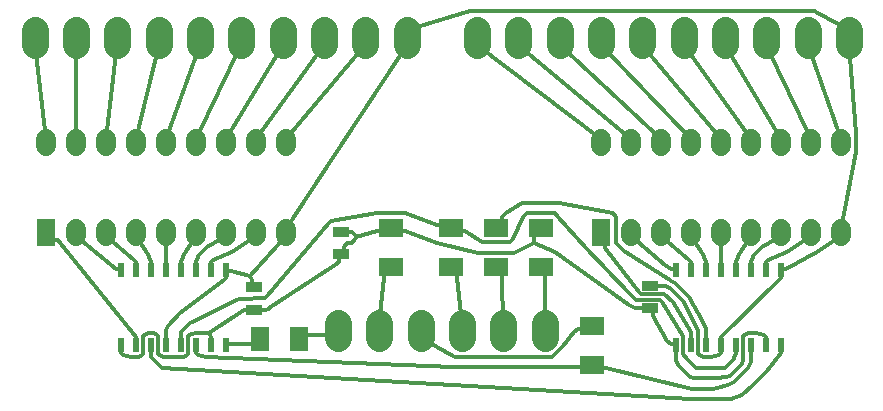
<source format=gbr>
%ICAS*%
%FSLAX44Y44*%
%OFA0B0*%
%SFA1B1*%
%MOMM*%
%AMFRECTNOHOLE10*
21,1,1.5748,2.2860,0.0000,0.0000,0*
%
%AMFRECTNOHOLE11*
21,1,0.5080,1.1430,0.0000,0.0000,180*
%
%AMFRECTNOHOLE12*
21,1,1.5240,2.0320,0.0000,0.0000,180*
%
%AMFRECTNOHOLE13*
21,1,1.5240,2.0320,0.0000,0.0000,270*
%
%AMFRECTNOHOLE14*
21,1,1.5240,2.0320,0.0000,0.0000,90*
%
%AMFRECTNOHOLE15*
21,1,0.8890,1.3970,0.0000,0.0000,270*
%
%ADD10FRECTNOHOLE10*%
%ADD11FRECTNOHOLE11*%
%ADD12FRECTNOHOLE12*%
%ADD13FRECTNOHOLE13*%
%ADD14FRECTNOHOLE14*%
%ADD15FRECTNOHOLE15*%
%ADD17C,0.3048X0.0000X0.0000*%
%ADD19C,1.6764X0.0000X0.0000*%
%ADD22C,2.2860X0.0000X0.0000*%
%LNBottom*%
G54D10*
X2279650Y-1339850D3*
X1809750Y-1339850D3*
G54D11*
X2355850Y-1435100D3*
X2343150Y-1371600D3*
X2355850Y-1371600D3*
X2368550Y-1371600D3*
X2381250Y-1371600D3*
X2393950Y-1371600D3*
X2406650Y-1371600D3*
X2419350Y-1371600D3*
X2432050Y-1371600D3*
X2432050Y-1435100D3*
X2419350Y-1435100D3*
X2406650Y-1435100D3*
X2393950Y-1435100D3*
X2381250Y-1435100D3*
X2368550Y-1435100D3*
X2343150Y-1435100D3*
X1885950Y-1435100D3*
X1873250Y-1371600D3*
X1885950Y-1371600D3*
X1898650Y-1371600D3*
X1911350Y-1371600D3*
X1924050Y-1371600D3*
X1936750Y-1371600D3*
X1949450Y-1371600D3*
X1962150Y-1371600D3*
X1962150Y-1435100D3*
X1949450Y-1435100D3*
X1936750Y-1435100D3*
X1924050Y-1435100D3*
X1911350Y-1435100D3*
X1898650Y-1435100D3*
X1873250Y-1435100D3*
G54D12*
X2024380Y-1430020D3*
X1991360Y-1430020D3*
G54D13*
X2272030Y-1418590D3*
X2272030Y-1451610D3*
G54D14*
X2101850Y-1369060D3*
X2101850Y-1336040D3*
X2228850Y-1369060D3*
X2228850Y-1336040D3*
X2190750Y-1369060D3*
X2190750Y-1336040D3*
X2152650Y-1369060D3*
X2152650Y-1336040D3*
G54D15*
X1986280Y-1386205D3*
X1986280Y-1405255D3*
X2321560Y-1384935D3*
X2321560Y-1403985D3*
X2059940Y-1339215D3*
X2059940Y-1358265D3*
G54D17*
X1873250Y-1439291D2*
X1873250Y-1435100D1*
X1873250Y-1441867D2*
X1873250Y-1439291D1*
X1874738Y-1443355D2*
X1873250Y-1441867D1*
X1881450Y-1445546D2*
X1874738Y-1443355D1*
X1883990Y-1445546D2*
X1881450Y-1445546D1*
X1887910Y-1445546D2*
X1883990Y-1445546D1*
X1890068Y-1444625D2*
X1887910Y-1445546D1*
X1892300Y-1442393D2*
X1890068Y-1444625D1*
X1892300Y-1427807D2*
X1892300Y-1442393D1*
X1894532Y-1425575D2*
X1892300Y-1427807D1*
X1896690Y-1424654D2*
X1894532Y-1425575D1*
X1900610Y-1424654D2*
X1896690Y-1424654D1*
X1902768Y-1425575D2*
X1900610Y-1424654D1*
X1905000Y-1427807D2*
X1902768Y-1425575D1*
X1905000Y-1442393D2*
X1905000Y-1427807D1*
X1907232Y-1444625D2*
X1905000Y-1442393D1*
X1909390Y-1445546D2*
X1907232Y-1444625D1*
X1922090Y-1445546D2*
X1909390Y-1445546D1*
X1926010Y-1445546D2*
X1922090Y-1445546D1*
X1928168Y-1444625D2*
X1926010Y-1445546D1*
X1930400Y-1442393D2*
X1928168Y-1444625D1*
X1930400Y-1427807D2*
X1930400Y-1442393D1*
X1932632Y-1425575D2*
X1930400Y-1427807D1*
X1937330Y-1424654D2*
X1932632Y-1425575D1*
X1941250Y-1424654D2*
X1937330Y-1424654D1*
X1948180Y-1424686D2*
X1941250Y-1424654D1*
X1949450Y-1430909D2*
X1949450Y-1435100D1*
X1949450Y-1428333D2*
X1949450Y-1430909D1*
X1948180Y-1424686D2*
X1949450Y-1428333D1*
X2419350Y-1430909D2*
X2419350Y-1435100D1*
X2419350Y-1428333D2*
X2419350Y-1430909D1*
X2417862Y-1426845D2*
X2419350Y-1428333D1*
X2411150Y-1424654D2*
X2417862Y-1426845D1*
X2408610Y-1424654D2*
X2411150Y-1424654D1*
X2404690Y-1424654D2*
X2408610Y-1424654D1*
X2402532Y-1425575D2*
X2404690Y-1424654D1*
X2400300Y-1427807D2*
X2402532Y-1425575D1*
X2400300Y-1447822D2*
X2400300Y-1427807D1*
X2398931Y-1451126D2*
X2400300Y-1447822D1*
X2389021Y-1461036D2*
X2398931Y-1451126D1*
X2385717Y-1462405D2*
X2389021Y-1461036D1*
X2378280Y-1463326D2*
X2385717Y-1462405D1*
X2363900Y-1463326D2*
X2378280Y-1463326D1*
X2358820Y-1463326D2*
X2363900Y-1463326D1*
X2355177Y-1461817D2*
X2358820Y-1463326D1*
X2345008Y-1451648D2*
X2355177Y-1461817D1*
X2343499Y-1448005D2*
X2345008Y-1451648D1*
X2343150Y-1445023D2*
X2343499Y-1448005D1*
X2343150Y-1439291D2*
X2343150Y-1445023D1*
X2343150Y-1435100D2*
X2343150Y-1439291D1*
X2223421Y-1342136D2*
X2228850Y-1336040D1*
X2223421Y-1345620D2*
X2223421Y-1342136D1*
X2223262Y-1348486D2*
X2223421Y-1345620D1*
X2110486Y-1338929D2*
X2101850Y-1336040D1*
X2113970Y-1338929D2*
X2110486Y-1338929D1*
X2140530Y-1348391D2*
X2113970Y-1338929D1*
X2175252Y-1356856D2*
X2140530Y-1348391D1*
X2195572Y-1356856D2*
X2175252Y-1356856D1*
X2206248Y-1356856D2*
X2195572Y-1356856D1*
X2206467Y-1356765D2*
X2206248Y-1356856D1*
X2223262Y-1348486D2*
X2206467Y-1356765D1*
X2093214Y-1338929D2*
X2101850Y-1336040D1*
X2089730Y-1338929D2*
X2093214Y-1338929D1*
X2072640Y-1343914D2*
X2089730Y-1338929D1*
X2057686Y-1361186D2*
X2059940Y-1358265D1*
X2057686Y-1364670D2*
X2057686Y-1361186D1*
X2054915Y-1367441D2*
X2057686Y-1364670D1*
X1999062Y-1404116D2*
X2054915Y-1367441D1*
X1998687Y-1404271D2*
X1999062Y-1404116D1*
X1995106Y-1405255D2*
X1998687Y-1404271D1*
X1991741Y-1405255D2*
X1995106Y-1405255D1*
X1986280Y-1405255D2*
X1991741Y-1405255D1*
X2062194Y-1355344D2*
X2059940Y-1358265D1*
X2062194Y-1351860D2*
X2062194Y-1355344D1*
X2064965Y-1349089D2*
X2062194Y-1351860D1*
X2068885Y-1348391D2*
X2064965Y-1349089D1*
X2071656Y-1345620D2*
X2068885Y-1348391D1*
X2072640Y-1343914D2*
X2071656Y-1345620D1*
X2065401Y-1339215D2*
X2059940Y-1339215D1*
X2068766Y-1339215D2*
X2065401Y-1339215D1*
X2071370Y-1341819D2*
X2068766Y-1339215D1*
X2072640Y-1343914D2*
X2071370Y-1341819D1*
X2316099Y-1403985D2*
X2321560Y-1403985D1*
X2308957Y-1403985D2*
X2316099Y-1403985D1*
X2308220Y-1403680D2*
X2308957Y-1403985D1*
X2303742Y-1401492D2*
X2308220Y-1403680D1*
X2240970Y-1356709D2*
X2303742Y-1401492D1*
X2223262Y-1348486D2*
X2240970Y-1356709D1*
X2323814Y-1406906D2*
X2321560Y-1403985D1*
X2323814Y-1410390D2*
X2323814Y-1406906D1*
X2335879Y-1431345D2*
X2323814Y-1410390D1*
X2338650Y-1434116D2*
X2335879Y-1431345D1*
X2340610Y-1434116D2*
X2338650Y-1434116D1*
X2342134Y-1434116D2*
X2340610Y-1434116D1*
X2343150Y-1435100D2*
X2342134Y-1434116D1*
X1980819Y-1405255D2*
X1986280Y-1405255D1*
X1977454Y-1405255D2*
X1980819Y-1405255D1*
X1948180Y-1424686D2*
X1977454Y-1405255D1*
X2030476Y-1426210D2*
X2024380Y-1430020D1*
X2057095Y-1426210D2*
X2030476Y-1426210D1*
X2057095Y-1422400D2*
X2057095Y-1426210D1*
X2158079Y-1375156D2*
X2152650Y-1369060D1*
X2158079Y-1378640D2*
X2158079Y-1375156D1*
X2162099Y-1416050D2*
X2158079Y-1378640D1*
X2162099Y-1422400D2*
X2162099Y-1416050D1*
X2232101Y-1375156D2*
X2228850Y-1369060D1*
X2232101Y-1416050D2*
X2232101Y-1375156D1*
X2232101Y-1422400D2*
X2232101Y-1416050D1*
X2161286Y-1338929D2*
X2152650Y-1336040D1*
X2164770Y-1338929D2*
X2161286Y-1338929D1*
X2178691Y-1348244D2*
X2164770Y-1338929D1*
X2199011Y-1348244D2*
X2178691Y-1348244D1*
X2202809Y-1348244D2*
X2199011Y-1348244D1*
X2205494Y-1345559D2*
X2202809Y-1348244D1*
X2213959Y-1326460D2*
X2205494Y-1345559D1*
X2216730Y-1323689D2*
X2213959Y-1326460D1*
X2220650Y-1323689D2*
X2216730Y-1323689D1*
X2240970Y-1323689D2*
X2220650Y-1323689D1*
X2243741Y-1326460D2*
X2240970Y-1323689D1*
X2267045Y-1353240D2*
X2243741Y-1326460D1*
X2302606Y-1389893D2*
X2267045Y-1353240D1*
X2309617Y-1396904D2*
X2302606Y-1389893D1*
X2329637Y-1396904D2*
X2309617Y-1396904D1*
X2331181Y-1398448D2*
X2329637Y-1396904D1*
X2349500Y-1427807D2*
X2331181Y-1398448D1*
X2349500Y-1442393D2*
X2349500Y-1427807D1*
X2352544Y-1446612D2*
X2349500Y-1442393D1*
X2360213Y-1454281D2*
X2352544Y-1446612D1*
X2360588Y-1454436D2*
X2360213Y-1454281D1*
X2373288Y-1454436D2*
X2360588Y-1454436D1*
X2384132Y-1454436D2*
X2373288Y-1454436D1*
X2384507Y-1454281D2*
X2384132Y-1454436D1*
X2392176Y-1446612D2*
X2384507Y-1454281D1*
X2392331Y-1446237D2*
X2392176Y-1446612D1*
X2393950Y-1441867D2*
X2392331Y-1446237D1*
X2393950Y-1439291D2*
X2393950Y-1441867D1*
X2393950Y-1435100D2*
X2393950Y-1439291D1*
X2144014Y-1333151D2*
X2152650Y-1336040D1*
X2140530Y-1333151D2*
X2144014Y-1333151D1*
X2113970Y-1323689D2*
X2140530Y-1333151D1*
X2093650Y-1323689D2*
X2113970Y-1323689D1*
X2089730Y-1323689D2*
X2093650Y-1323689D1*
X2050995Y-1330039D2*
X2089730Y-1323689D1*
X2048224Y-1332810D2*
X2050995Y-1330039D1*
X1997996Y-1392610D2*
X2048224Y-1332810D1*
X1995225Y-1395381D2*
X1997996Y-1392610D1*
X1973873Y-1396079D2*
X1995225Y-1395381D1*
X1973498Y-1396234D2*
X1973873Y-1396079D1*
X1931474Y-1416700D2*
X1973498Y-1396234D1*
X1924050Y-1424146D2*
X1931474Y-1416700D1*
X1924050Y-1429385D2*
X1924050Y-1424146D1*
X1924050Y-1430909D2*
X1924050Y-1429385D1*
X1924050Y-1435100D2*
X1924050Y-1430909D1*
X2432050Y-1439291D2*
X2432050Y-1435100D1*
X2432050Y-1441867D2*
X2432050Y-1439291D1*
X2419949Y-1456684D2*
X2432050Y-1441867D1*
X2407279Y-1469354D2*
X2419949Y-1456684D1*
X2399792Y-1476714D2*
X2407279Y-1469354D1*
X2399384Y-1476986D2*
X2399792Y-1476714D1*
X2389669Y-1481010D2*
X2399384Y-1476986D1*
X2389187Y-1481106D2*
X2389669Y-1481010D1*
X2368233Y-1481106D2*
X2389187Y-1481106D1*
X2355533Y-1481106D2*
X2368233Y-1481106D1*
X1908468Y-1454436D2*
X2355533Y-1481106D1*
X1908093Y-1454281D2*
X1908468Y-1454436D1*
X1904602Y-1450975D2*
X1908093Y-1454281D1*
X1898650Y-1445023D2*
X1904602Y-1450975D1*
X1898650Y-1440815D2*
X1898650Y-1445023D1*
X1898650Y-1439291D2*
X1898650Y-1440815D1*
X1898650Y-1435100D2*
X1898650Y-1439291D1*
X2432050Y-1342898D2*
X2432050Y-1339850D1*
X2416093Y-1352419D2*
X2432050Y-1342898D1*
X2408424Y-1360088D2*
X2416093Y-1352419D1*
X2408269Y-1360463D2*
X2408424Y-1360088D1*
X2406650Y-1364833D2*
X2408269Y-1360463D1*
X2406650Y-1367409D2*
X2406650Y-1364833D1*
X2406650Y-1371600D2*
X2406650Y-1367409D1*
X2381250Y-1342898D2*
X2381250Y-1339850D1*
X2381250Y-1367409D2*
X2381250Y-1342898D1*
X2381250Y-1371600D2*
X2381250Y-1367409D1*
X2330450Y-1342898D2*
X2330450Y-1339850D1*
X2354362Y-1363345D2*
X2330450Y-1342898D1*
X2355850Y-1364833D2*
X2354362Y-1363345D1*
X2355850Y-1365885D2*
X2355850Y-1364833D1*
X2355850Y-1367409D2*
X2355850Y-1365885D1*
X2355850Y-1371600D2*
X2355850Y-1367409D1*
X2282793Y-1349756D2*
X2279650Y-1339850D1*
X2282793Y-1353240D2*
X2282793Y-1349756D1*
X2311940Y-1390471D2*
X2282793Y-1353240D1*
X2313484Y-1392015D2*
X2311940Y-1390471D1*
X2333503Y-1392015D2*
X2313484Y-1392015D1*
X2340515Y-1399027D2*
X2333503Y-1392015D1*
X2355850Y-1424146D2*
X2340515Y-1399027D1*
X2355850Y-1429385D2*
X2355850Y-1424146D1*
X2355850Y-1430909D2*
X2355850Y-1429385D1*
X2355850Y-1435100D2*
X2355850Y-1430909D1*
X2457450Y-1260602D2*
X2457450Y-1263650D1*
X2419782Y-1181100D2*
X2457450Y-1260602D1*
X2419782Y-1174750D2*
X2419782Y-1181100D1*
X2406650Y-1260602D2*
X2406650Y-1263650D1*
X2349779Y-1181100D2*
X2406650Y-1260602D1*
X2349779Y-1174750D2*
X2349779Y-1181100D1*
X2355850Y-1260602D2*
X2355850Y-1263650D1*
X2279802Y-1181100D2*
X2355850Y-1260602D1*
X2279802Y-1174750D2*
X2279802Y-1181100D1*
X2305050Y-1260602D2*
X2305050Y-1263650D1*
X2209800Y-1181100D2*
X2305050Y-1260602D1*
X2209800Y-1174750D2*
X2209800Y-1181100D1*
X2279650Y-1260602D2*
X2279650Y-1263650D1*
X2174799Y-1181100D2*
X2279650Y-1260602D1*
X2174799Y-1174750D2*
X2174799Y-1181100D1*
X2330450Y-1260602D2*
X2330450Y-1263650D1*
X2244801Y-1181100D2*
X2330450Y-1260602D1*
X2244801Y-1174750D2*
X2244801Y-1181100D1*
X2381250Y-1260602D2*
X2381250Y-1263650D1*
X2314804Y-1181100D2*
X2381250Y-1260602D1*
X2314804Y-1174750D2*
X2314804Y-1181100D1*
X2432050Y-1260602D2*
X2432050Y-1263650D1*
X2384781Y-1181100D2*
X2432050Y-1260602D1*
X2384781Y-1174750D2*
X2384781Y-1181100D1*
X2482850Y-1260602D2*
X2482850Y-1263650D1*
X2454783Y-1181100D2*
X2482850Y-1260602D1*
X2454783Y-1174750D2*
X2454783Y-1181100D1*
X2342134Y-1370616D2*
X2343150Y-1371600D1*
X2338650Y-1370616D2*
X2342134Y-1370616D1*
X2334342Y-1367024D2*
X2338650Y-1370616D1*
X2305050Y-1342898D2*
X2334342Y-1367024D1*
X2305050Y-1339850D2*
X2305050Y-1342898D1*
X2355850Y-1342898D2*
X2355850Y-1339850D1*
X2366776Y-1360088D2*
X2355850Y-1342898D1*
X2366931Y-1360463D2*
X2366776Y-1360088D1*
X2368550Y-1364833D2*
X2366931Y-1360463D1*
X2368550Y-1367409D2*
X2368550Y-1364833D1*
X2368550Y-1371600D2*
X2368550Y-1367409D1*
X2406650Y-1342898D2*
X2406650Y-1339850D1*
X2395724Y-1360088D2*
X2406650Y-1342898D1*
X2395569Y-1360463D2*
X2395724Y-1360088D1*
X2393950Y-1364833D2*
X2395569Y-1360463D1*
X2393950Y-1367409D2*
X2393950Y-1364833D1*
X2393950Y-1371600D2*
X2393950Y-1367409D1*
X2457450Y-1342898D2*
X2457450Y-1339850D1*
X2437560Y-1355933D2*
X2457450Y-1342898D1*
X2420838Y-1363345D2*
X2437560Y-1355933D1*
X2419350Y-1364833D2*
X2420838Y-1363345D1*
X2419350Y-1365885D2*
X2419350Y-1364833D1*
X2419350Y-1367409D2*
X2419350Y-1365885D1*
X2419350Y-1371600D2*
X2419350Y-1367409D1*
X1962150Y-1342898D2*
X1962150Y-1339850D1*
X1946193Y-1352419D2*
X1962150Y-1342898D1*
X1938524Y-1360088D2*
X1946193Y-1352419D1*
X1938369Y-1360463D2*
X1938524Y-1360088D1*
X1936750Y-1364833D2*
X1938369Y-1360463D1*
X1936750Y-1367409D2*
X1936750Y-1364833D1*
X1936750Y-1371600D2*
X1936750Y-1367409D1*
X1911350Y-1342898D2*
X1911350Y-1339850D1*
X1911350Y-1367409D2*
X1911350Y-1342898D1*
X1911350Y-1371600D2*
X1911350Y-1367409D1*
X1860550Y-1342898D2*
X1860550Y-1339850D1*
X1884462Y-1363345D2*
X1860550Y-1342898D1*
X1885950Y-1364833D2*
X1884462Y-1363345D1*
X1885950Y-1365885D2*
X1885950Y-1364833D1*
X1885950Y-1367409D2*
X1885950Y-1365885D1*
X1885950Y-1371600D2*
X1885950Y-1367409D1*
X1816100Y-1346549D2*
X1809750Y-1339850D1*
X1819584Y-1346549D2*
X1816100Y-1346549D1*
X1822355Y-1349320D2*
X1819584Y-1346549D1*
X1885950Y-1428333D2*
X1822355Y-1349320D1*
X1885950Y-1430909D2*
X1885950Y-1428333D1*
X1885950Y-1435100D2*
X1885950Y-1430909D1*
X1987550Y-1260602D2*
X1987550Y-1263650D1*
X2045132Y-1181100D2*
X1987550Y-1260602D1*
X2045132Y-1174750D2*
X2045132Y-1181100D1*
X1936750Y-1260602D2*
X1936750Y-1263650D1*
X1975129Y-1181100D2*
X1936750Y-1260602D1*
X1975129Y-1174750D2*
X1975129Y-1181100D1*
X1885950Y-1260602D2*
X1885950Y-1263650D1*
X1905152Y-1181100D2*
X1885950Y-1260602D1*
X1905152Y-1174750D2*
X1905152Y-1181100D1*
X1835150Y-1260602D2*
X1835150Y-1263650D1*
X1835150Y-1181100D2*
X1835150Y-1260602D1*
X1835150Y-1174750D2*
X1835150Y-1181100D1*
X1809750Y-1260602D2*
X1809750Y-1263650D1*
X1800149Y-1181100D2*
X1809750Y-1260602D1*
X1800149Y-1174750D2*
X1800149Y-1181100D1*
X1860550Y-1260602D2*
X1860550Y-1263650D1*
X1870151Y-1181100D2*
X1860550Y-1260602D1*
X1870151Y-1174750D2*
X1870151Y-1181100D1*
X1911350Y-1260602D2*
X1911350Y-1263650D1*
X1940154Y-1181100D2*
X1911350Y-1260602D1*
X1940154Y-1174750D2*
X1940154Y-1181100D1*
X1962150Y-1260602D2*
X1962150Y-1263650D1*
X2010131Y-1181100D2*
X1962150Y-1260602D1*
X2010131Y-1174750D2*
X2010131Y-1181100D1*
X2012950Y-1260602D2*
X2012950Y-1263650D1*
X2080133Y-1181100D2*
X2012950Y-1260602D1*
X2080133Y-1174750D2*
X2080133Y-1181100D1*
X1872234Y-1370616D2*
X1873250Y-1371600D1*
X1868750Y-1370616D2*
X1872234Y-1370616D1*
X1835150Y-1342898D2*
X1868750Y-1370616D1*
X1835150Y-1339850D2*
X1835150Y-1342898D1*
X1885950Y-1342898D2*
X1885950Y-1339850D1*
X1896876Y-1360088D2*
X1885950Y-1342898D1*
X1897031Y-1360463D2*
X1896876Y-1360088D1*
X1898650Y-1364833D2*
X1897031Y-1360463D1*
X1898650Y-1367409D2*
X1898650Y-1364833D1*
X1898650Y-1371600D2*
X1898650Y-1367409D1*
X1936750Y-1342898D2*
X1936750Y-1339850D1*
X1925824Y-1360088D2*
X1936750Y-1342898D1*
X1925669Y-1360463D2*
X1925824Y-1360088D1*
X1924050Y-1364833D2*
X1925669Y-1360463D1*
X1924050Y-1367409D2*
X1924050Y-1364833D1*
X1924050Y-1371600D2*
X1924050Y-1367409D1*
X1987550Y-1342898D2*
X1987550Y-1339850D1*
X1967660Y-1355933D2*
X1987550Y-1342898D1*
X1950938Y-1363345D2*
X1967660Y-1355933D1*
X1949450Y-1364833D2*
X1950938Y-1363345D1*
X1949450Y-1365885D2*
X1949450Y-1364833D1*
X1949450Y-1367409D2*
X1949450Y-1365885D1*
X1949450Y-1371600D2*
X1949450Y-1367409D1*
X1985264Y-1434116D2*
X1991360Y-1430020D1*
X1963166Y-1434116D2*
X1985264Y-1434116D1*
X1962150Y-1435100D2*
X1963166Y-1434116D1*
X2196179Y-1329944D2*
X2190750Y-1336040D1*
X2196179Y-1326460D2*
X2196179Y-1329944D1*
X2198950Y-1323689D2*
X2196179Y-1326460D1*
X2212893Y-1314954D2*
X2198950Y-1323689D1*
X2213268Y-1314799D2*
X2212893Y-1314954D1*
X2224112Y-1314799D2*
X2213268Y-1314799D1*
X2244432Y-1314799D2*
X2224112Y-1314799D1*
X2289484Y-1323689D2*
X2244432Y-1314799D1*
X2292255Y-1326460D2*
X2289484Y-1323689D1*
X2292255Y-1330380D2*
X2292255Y-1326460D1*
X2292096Y-1331513D2*
X2292255Y-1330380D1*
X2292096Y-1337609D2*
X2292096Y-1331513D1*
X2292150Y-1348318D2*
X2292096Y-1337609D1*
X2299630Y-1355798D2*
X2292150Y-1348318D1*
X2338558Y-1379765D2*
X2299630Y-1355798D1*
X2339292Y-1380497D2*
X2338558Y-1379765D1*
X2342449Y-1382831D2*
X2339292Y-1380497D1*
X2354144Y-1394526D2*
X2342449Y-1382831D1*
X2366215Y-1415477D2*
X2354144Y-1394526D1*
X2368550Y-1421115D2*
X2366215Y-1415477D1*
X2368550Y-1429385D2*
X2368550Y-1421115D1*
X2368550Y-1430909D2*
X2368550Y-1429385D1*
X2368550Y-1435100D2*
X2368550Y-1430909D1*
X2263394Y-1453801D2*
X2272030Y-1451610D1*
X2154403Y-1453801D2*
X2263394Y-1453801D1*
X1944950Y-1445546D2*
X2154403Y-1453801D1*
X1938238Y-1443355D2*
X1944950Y-1445546D1*
X1936750Y-1441867D2*
X1938238Y-1443355D1*
X1936750Y-1440815D2*
X1936750Y-1441867D1*
X1936750Y-1439291D2*
X1936750Y-1440815D1*
X1936750Y-1435100D2*
X1936750Y-1439291D1*
X2280666Y-1454499D2*
X2272030Y-1451610D1*
X2284150Y-1454499D2*
X2280666Y-1454499D1*
X2357051Y-1472216D2*
X2284150Y-1454499D1*
X2374969Y-1472216D2*
X2357051Y-1472216D1*
X2377924Y-1471764D2*
X2374969Y-1472216D1*
X2386980Y-1468755D2*
X2377924Y-1471764D1*
X2392618Y-1466420D2*
X2386980Y-1468755D1*
X2404315Y-1454723D2*
X2392618Y-1466420D1*
X2406650Y-1449085D2*
X2404315Y-1454723D1*
X2406650Y-1440815D2*
X2406650Y-1449085D1*
X2406650Y-1439291D2*
X2406650Y-1440815D1*
X2406650Y-1435100D2*
X2406650Y-1439291D1*
X2196179Y-1375156D2*
X2190750Y-1369060D1*
X2196179Y-1378640D2*
X2196179Y-1375156D1*
X2197100Y-1416050D2*
X2196179Y-1378640D1*
X2197100Y-1422400D2*
X2197100Y-1416050D1*
X2263394Y-1421479D2*
X2272030Y-1418590D1*
X2259910Y-1421479D2*
X2263394Y-1421479D1*
X2257139Y-1424250D2*
X2259910Y-1421479D1*
X2247720Y-1435986D2*
X2257139Y-1424250D1*
X2239337Y-1444369D2*
X2247720Y-1435986D1*
X2238028Y-1444911D2*
X2239337Y-1444369D1*
X2226174Y-1444911D2*
X2238028Y-1444911D1*
X2156172Y-1444911D2*
X2226174Y-1444911D1*
X2154863Y-1444369D2*
X2156172Y-1444911D1*
X2127098Y-1428750D2*
X2154863Y-1444369D1*
X2127098Y-1422400D2*
X2127098Y-1428750D1*
X2012950Y-1336802D2*
X2012950Y-1339850D1*
X2115134Y-1181100D2*
X2012950Y-1336802D1*
X2115134Y-1174750D2*
X2115134Y-1181100D1*
X2012950Y-1342898D2*
X2012950Y-1339850D1*
X1982470Y-1376426D2*
X2012950Y-1342898D1*
X2482850Y-1336802D2*
X2482850Y-1339850D1*
X2495963Y-1272019D2*
X2482850Y-1336802D1*
X2495963Y-1261377D2*
X2495963Y-1272019D1*
X2495963Y-1255281D2*
X2495963Y-1261377D1*
X2489784Y-1181100D2*
X2495963Y-1255281D1*
X2489784Y-1174750D2*
X2489784Y-1181100D1*
X1962150Y-1375791D2*
X1962150Y-1371600D1*
X1962150Y-1378367D2*
X1962150Y-1375791D1*
X1960662Y-1379855D2*
X1962150Y-1378367D1*
X1923377Y-1408383D2*
X1960662Y-1379855D1*
X1913208Y-1418552D2*
X1923377Y-1408383D1*
X1911699Y-1422195D2*
X1913208Y-1418552D1*
X1911350Y-1428333D2*
X1911699Y-1422195D1*
X1911350Y-1430909D2*
X1911350Y-1428333D1*
X1911350Y-1435100D2*
X1911350Y-1430909D1*
X1963166Y-1372584D2*
X1962150Y-1371600D1*
X1966650Y-1372584D2*
X1963166Y-1372584D1*
X1982470Y-1376426D2*
X1966650Y-1372584D1*
X2432050Y-1375791D2*
X2432050Y-1371600D1*
X2432050Y-1378367D2*
X2432050Y-1375791D1*
X2430562Y-1379855D2*
X2432050Y-1378367D1*
X2382738Y-1426845D2*
X2430562Y-1379855D1*
X2381250Y-1428333D2*
X2382738Y-1426845D1*
X2381250Y-1429385D2*
X2381250Y-1428333D1*
X2381250Y-1430909D2*
X2381250Y-1429385D1*
X2381250Y-1435100D2*
X2381250Y-1430909D1*
X2433066Y-1370616D2*
X2432050Y-1371600D1*
X2436550Y-1370616D2*
X2433066Y-1370616D1*
X2462960Y-1355933D2*
X2436550Y-1370616D1*
X2482850Y-1342898D2*
X2462960Y-1355933D1*
X2482850Y-1339850D2*
X2482850Y-1342898D1*
X2489784Y-1168400D2*
X2489784Y-1174750D1*
X2462019Y-1152781D2*
X2489784Y-1168400D1*
X2460710Y-1152239D2*
X2462019Y-1152781D1*
X2180726Y-1152239D2*
X2460710Y-1152239D1*
X2168872Y-1152239D2*
X2180726Y-1152239D1*
X2115134Y-1168400D2*
X2168872Y-1152239D1*
X2115134Y-1174750D2*
X2115134Y-1168400D1*
X2096421Y-1375156D2*
X2101850Y-1369060D1*
X2096421Y-1378640D2*
X2096421Y-1375156D1*
X2092096Y-1416050D2*
X2096421Y-1378640D1*
X2092096Y-1422400D2*
X2092096Y-1416050D1*
X2327021Y-1384935D2*
X2321560Y-1384935D1*
X2334163Y-1384935D2*
X2327021Y-1384935D1*
X2334900Y-1385240D2*
X2334163Y-1384935D1*
X2339073Y-1387885D2*
X2334900Y-1385240D1*
X2349090Y-1397902D2*
X2339073Y-1387885D1*
X2361218Y-1420512D2*
X2349090Y-1397902D1*
X2362200Y-1422883D2*
X2361218Y-1420512D1*
X2362200Y-1442393D2*
X2362200Y-1422883D1*
X2364432Y-1444625D2*
X2362200Y-1442393D1*
X2366590Y-1445546D2*
X2364432Y-1444625D1*
X2369130Y-1445546D2*
X2366590Y-1445546D1*
X2373050Y-1445546D2*
X2369130Y-1445546D1*
X2379762Y-1443355D2*
X2373050Y-1445546D1*
X2381250Y-1441867D2*
X2379762Y-1443355D1*
X2381250Y-1440815D2*
X2381250Y-1441867D1*
X2381250Y-1439291D2*
X2381250Y-1440815D1*
X2381250Y-1435100D2*
X2381250Y-1439291D1*
X1984026Y-1383284D2*
X1986280Y-1386205D1*
X1984026Y-1379800D2*
X1984026Y-1383284D1*
X1982470Y-1376426D2*
X1984026Y-1379800D1*
G54D19*
X2279650Y-1260602D2*
X2279650Y-1266698D1*
X2305050Y-1260602D2*
X2305050Y-1266698D1*
X2330450Y-1260602D2*
X2330450Y-1266698D1*
X2355850Y-1260602D2*
X2355850Y-1266698D1*
X2381250Y-1260602D2*
X2381250Y-1266698D1*
X2406650Y-1260602D2*
X2406650Y-1266698D1*
X2432050Y-1260602D2*
X2432050Y-1266698D1*
X2457450Y-1260602D2*
X2457450Y-1266698D1*
X2482850Y-1260602D2*
X2482850Y-1266698D1*
X2482850Y-1336802D2*
X2482850Y-1342898D1*
X2457450Y-1336802D2*
X2457450Y-1342898D1*
X2432050Y-1336802D2*
X2432050Y-1342898D1*
X2406650Y-1336802D2*
X2406650Y-1342898D1*
X2381250Y-1336802D2*
X2381250Y-1342898D1*
X2355850Y-1336802D2*
X2355850Y-1342898D1*
X2330450Y-1336802D2*
X2330450Y-1342898D1*
X2305050Y-1336802D2*
X2305050Y-1342898D1*
X1809750Y-1260602D2*
X1809750Y-1266698D1*
X1835150Y-1260602D2*
X1835150Y-1266698D1*
X1860550Y-1260602D2*
X1860550Y-1266698D1*
X1885950Y-1260602D2*
X1885950Y-1266698D1*
X1911350Y-1260602D2*
X1911350Y-1266698D1*
X1936750Y-1260602D2*
X1936750Y-1266698D1*
X1962150Y-1260602D2*
X1962150Y-1266698D1*
X1987550Y-1260602D2*
X1987550Y-1266698D1*
X2012950Y-1260602D2*
X2012950Y-1266698D1*
X2012950Y-1336802D2*
X2012950Y-1342898D1*
X1987550Y-1336802D2*
X1987550Y-1342898D1*
X1962150Y-1336802D2*
X1962150Y-1342898D1*
X1936750Y-1336802D2*
X1936750Y-1342898D1*
X1911350Y-1336802D2*
X1911350Y-1342898D1*
X1885950Y-1336802D2*
X1885950Y-1342898D1*
X1860550Y-1336802D2*
X1860550Y-1342898D1*
X1835150Y-1336802D2*
X1835150Y-1342898D1*
G54D22*
X2162099Y-1428750D2*
X2162099Y-1416050D1*
X2197100Y-1428750D2*
X2197100Y-1416050D1*
X2232101Y-1428750D2*
X2232101Y-1416050D1*
X2127098Y-1428750D2*
X2127098Y-1416050D1*
X2057095Y-1428750D2*
X2057095Y-1416050D1*
X2092096Y-1428750D2*
X2092096Y-1416050D1*
X2244801Y-1168400D2*
X2244801Y-1181100D1*
X2209800Y-1168400D2*
X2209800Y-1181100D1*
X2174799Y-1168400D2*
X2174799Y-1181100D1*
X2279802Y-1168400D2*
X2279802Y-1181100D1*
X2314804Y-1168400D2*
X2314804Y-1181100D1*
X2489784Y-1168400D2*
X2489784Y-1181100D1*
X2454783Y-1168400D2*
X2454783Y-1181100D1*
X2349779Y-1168400D2*
X2349779Y-1181100D1*
X2384781Y-1168400D2*
X2384781Y-1181100D1*
X2419782Y-1168400D2*
X2419782Y-1181100D1*
X1870151Y-1168400D2*
X1870151Y-1181100D1*
X1835150Y-1168400D2*
X1835150Y-1181100D1*
X1800149Y-1168400D2*
X1800149Y-1181100D1*
X1905152Y-1168400D2*
X1905152Y-1181100D1*
X1940154Y-1168400D2*
X1940154Y-1181100D1*
X2115134Y-1168400D2*
X2115134Y-1181100D1*
X2080133Y-1168400D2*
X2080133Y-1181100D1*
X1975129Y-1168400D2*
X1975129Y-1181100D1*
X2010131Y-1168400D2*
X2010131Y-1181100D1*
X2045132Y-1168400D2*
X2045132Y-1181100D1*
M02*

</source>
